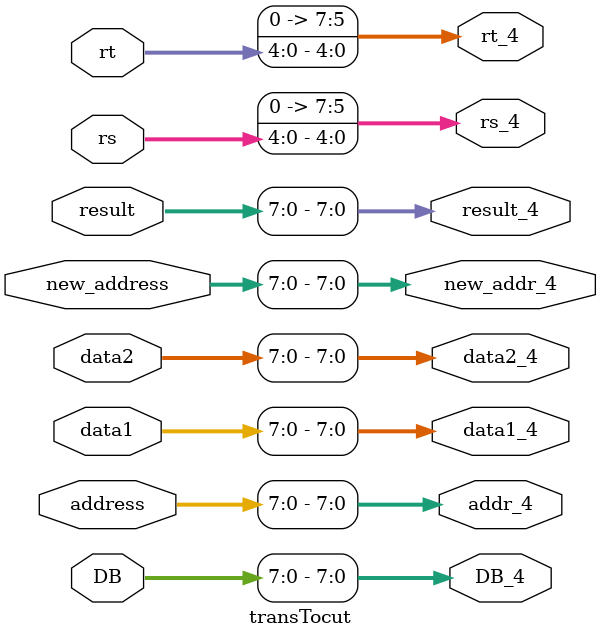
<source format=v>
`timescale 1ns / 1ps
module transTocut(
    input [31:0] address,new_address,data1,data2,result,DB,
    input [4:0] rs,rt,
    output [7:0] addr_4,new_addr_4,rs_4,data1_4,rt_4,data2_4,result_4,
    output [7:0] DB_4
);

   assign     addr_4[7:0] = address[7:0];
   assign     new_addr_4[7:0] = new_address[7:0];
   assign     rs_4[4:0] = rs[7:0];
   assign     rs_4[7:5] = 0;
   assign     data1_4[7:0] = data1[7:0];
   assign     rt_4[4:0] = rt[7:0];
   assign     rt_4[7:5] = 0;
   assign     data2_4[7:0] = data2[7:0];
   assign     result_4[7:0] = result[7:0];
   assign     DB_4[7:0] = DB[7:0];
endmodule
</source>
